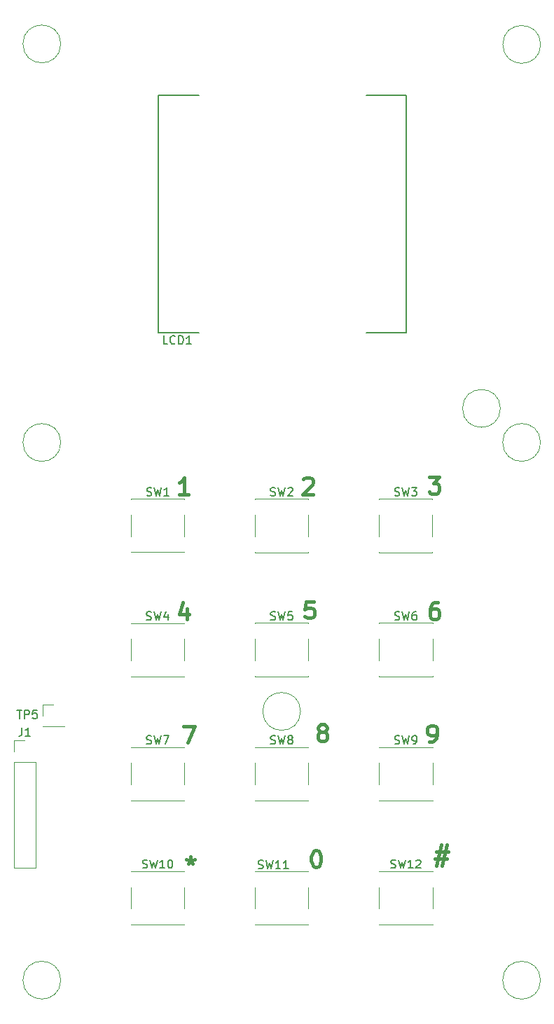
<source format=gbr>
G04 #@! TF.FileFunction,Legend,Top*
%FSLAX46Y46*%
G04 Gerber Fmt 4.6, Leading zero omitted, Abs format (unit mm)*
G04 Created by KiCad (PCBNEW 4.0.7-e2-6376~58~ubuntu16.04.1) date Mon Jan 29 21:07:09 2018*
%MOMM*%
%LPD*%
G01*
G04 APERTURE LIST*
%ADD10C,0.100000*%
%ADD11C,0.400000*%
%ADD12C,0.120000*%
%ADD13C,0.150000*%
G04 APERTURE END LIST*
D10*
D11*
X113700952Y-151671429D02*
X115129524Y-151671429D01*
X114272381Y-150814286D02*
X113700952Y-153385714D01*
X114939048Y-152528571D02*
X113510476Y-152528571D01*
X114367619Y-153385714D02*
X114939048Y-150814286D01*
X99064762Y-151544762D02*
X99255238Y-151544762D01*
X99445714Y-151640000D01*
X99540952Y-151735238D01*
X99636190Y-151925714D01*
X99731429Y-152306667D01*
X99731429Y-152782857D01*
X99636190Y-153163810D01*
X99540952Y-153354286D01*
X99445714Y-153449524D01*
X99255238Y-153544762D01*
X99064762Y-153544762D01*
X98874286Y-153449524D01*
X98779048Y-153354286D01*
X98683809Y-153163810D01*
X98588571Y-152782857D01*
X98588571Y-152306667D01*
X98683809Y-151925714D01*
X98779048Y-151735238D01*
X98874286Y-151640000D01*
X99064762Y-151544762D01*
X83990000Y-152294762D02*
X83990000Y-152770952D01*
X83513809Y-152580476D02*
X83990000Y-152770952D01*
X84466190Y-152580476D01*
X83704285Y-153151905D02*
X83990000Y-152770952D01*
X84275714Y-153151905D01*
X83153333Y-136504762D02*
X84486667Y-136504762D01*
X83629524Y-138504762D01*
X99779524Y-137171905D02*
X99589048Y-137076667D01*
X99493809Y-136981429D01*
X99398571Y-136790952D01*
X99398571Y-136695714D01*
X99493809Y-136505238D01*
X99589048Y-136410000D01*
X99779524Y-136314762D01*
X100160476Y-136314762D01*
X100350952Y-136410000D01*
X100446190Y-136505238D01*
X100541429Y-136695714D01*
X100541429Y-136790952D01*
X100446190Y-136981429D01*
X100350952Y-137076667D01*
X100160476Y-137171905D01*
X99779524Y-137171905D01*
X99589048Y-137267143D01*
X99493809Y-137362381D01*
X99398571Y-137552857D01*
X99398571Y-137933810D01*
X99493809Y-138124286D01*
X99589048Y-138219524D01*
X99779524Y-138314762D01*
X100160476Y-138314762D01*
X100350952Y-138219524D01*
X100446190Y-138124286D01*
X100541429Y-137933810D01*
X100541429Y-137552857D01*
X100446190Y-137362381D01*
X100350952Y-137267143D01*
X100160476Y-137171905D01*
X112829048Y-138424762D02*
X113210000Y-138424762D01*
X113400476Y-138329524D01*
X113495714Y-138234286D01*
X113686190Y-137948571D01*
X113781429Y-137567619D01*
X113781429Y-136805714D01*
X113686190Y-136615238D01*
X113590952Y-136520000D01*
X113400476Y-136424762D01*
X113019524Y-136424762D01*
X112829048Y-136520000D01*
X112733809Y-136615238D01*
X112638571Y-136805714D01*
X112638571Y-137281905D01*
X112733809Y-137472381D01*
X112829048Y-137567619D01*
X113019524Y-137662857D01*
X113400476Y-137662857D01*
X113590952Y-137567619D01*
X113686190Y-137472381D01*
X113781429Y-137281905D01*
X113870952Y-121564762D02*
X113490000Y-121564762D01*
X113299524Y-121660000D01*
X113204286Y-121755238D01*
X113013809Y-122040952D01*
X112918571Y-122421905D01*
X112918571Y-123183810D01*
X113013809Y-123374286D01*
X113109048Y-123469524D01*
X113299524Y-123564762D01*
X113680476Y-123564762D01*
X113870952Y-123469524D01*
X113966190Y-123374286D01*
X114061429Y-123183810D01*
X114061429Y-122707619D01*
X113966190Y-122517143D01*
X113870952Y-122421905D01*
X113680476Y-122326667D01*
X113299524Y-122326667D01*
X113109048Y-122421905D01*
X113013809Y-122517143D01*
X112918571Y-122707619D01*
X98876190Y-121444762D02*
X97923809Y-121444762D01*
X97828571Y-122397143D01*
X97923809Y-122301905D01*
X98114286Y-122206667D01*
X98590476Y-122206667D01*
X98780952Y-122301905D01*
X98876190Y-122397143D01*
X98971429Y-122587619D01*
X98971429Y-123063810D01*
X98876190Y-123254286D01*
X98780952Y-123349524D01*
X98590476Y-123444762D01*
X98114286Y-123444762D01*
X97923809Y-123349524D01*
X97828571Y-123254286D01*
X83560952Y-122281429D02*
X83560952Y-123614762D01*
X83084762Y-121519524D02*
X82608571Y-122948095D01*
X83846667Y-122948095D01*
X112823333Y-106394762D02*
X114061429Y-106394762D01*
X113394762Y-107156667D01*
X113680476Y-107156667D01*
X113870952Y-107251905D01*
X113966190Y-107347143D01*
X114061429Y-107537619D01*
X114061429Y-108013810D01*
X113966190Y-108204286D01*
X113870952Y-108299524D01*
X113680476Y-108394762D01*
X113109048Y-108394762D01*
X112918571Y-108299524D01*
X112823333Y-108204286D01*
X97648571Y-106655238D02*
X97743809Y-106560000D01*
X97934286Y-106464762D01*
X98410476Y-106464762D01*
X98600952Y-106560000D01*
X98696190Y-106655238D01*
X98791429Y-106845714D01*
X98791429Y-107036190D01*
X98696190Y-107321905D01*
X97553333Y-108464762D01*
X98791429Y-108464762D01*
X83781429Y-108494762D02*
X82638571Y-108494762D01*
X83210000Y-108494762D02*
X83210000Y-106494762D01*
X83019524Y-106780476D01*
X82829048Y-106970952D01*
X82638571Y-107066190D01*
D12*
X121446000Y-98100000D02*
G75*
G03X121446000Y-98100000I-2286000J0D01*
G01*
X126306000Y-102210000D02*
G75*
G03X126306000Y-102210000I-2286000J0D01*
G01*
X97296000Y-134720000D02*
G75*
G03X97296000Y-134720000I-2286000J0D01*
G01*
X68306000Y-102220000D02*
G75*
G03X68306000Y-102220000I-2286000J0D01*
G01*
X68306000Y-54040000D02*
G75*
G03X68306000Y-54040000I-2286000J0D01*
G01*
X126316000Y-54100000D02*
G75*
G03X126316000Y-54100000I-2286000J0D01*
G01*
X126306000Y-167220000D02*
G75*
G03X126306000Y-167220000I-2286000J0D01*
G01*
X68306000Y-167210000D02*
G75*
G03X68306000Y-167210000I-2286000J0D01*
G01*
D13*
X80100000Y-60250000D02*
X84980000Y-60250000D01*
X105230000Y-60240000D02*
X110110000Y-60240000D01*
X105230000Y-88910000D02*
X110110000Y-88910000D01*
X80110000Y-88920000D02*
X84990000Y-88920000D01*
X110110000Y-60240000D02*
X110110000Y-88910000D01*
X80110000Y-60240000D02*
X80110000Y-88910000D01*
D12*
X83270000Y-109030000D02*
X83270000Y-109060000D01*
X83270000Y-115490000D02*
X83270000Y-115460000D01*
X76810000Y-115490000D02*
X76810000Y-115460000D01*
X76810000Y-109060000D02*
X76810000Y-109030000D01*
X83270000Y-110960000D02*
X83270000Y-113560000D01*
X76810000Y-109030000D02*
X83270000Y-109030000D01*
X76810000Y-110960000D02*
X76810000Y-113560000D01*
X76810000Y-115490000D02*
X83270000Y-115490000D01*
X98240000Y-109040000D02*
X98240000Y-109070000D01*
X98240000Y-115500000D02*
X98240000Y-115470000D01*
X91780000Y-115500000D02*
X91780000Y-115470000D01*
X91780000Y-109070000D02*
X91780000Y-109040000D01*
X98240000Y-110970000D02*
X98240000Y-113570000D01*
X91780000Y-109040000D02*
X98240000Y-109040000D01*
X91780000Y-110970000D02*
X91780000Y-113570000D01*
X91780000Y-115500000D02*
X98240000Y-115500000D01*
X113240000Y-109040000D02*
X113240000Y-109070000D01*
X113240000Y-115500000D02*
X113240000Y-115470000D01*
X106780000Y-115500000D02*
X106780000Y-115470000D01*
X106780000Y-109070000D02*
X106780000Y-109040000D01*
X113240000Y-110970000D02*
X113240000Y-113570000D01*
X106780000Y-109040000D02*
X113240000Y-109040000D01*
X106780000Y-110970000D02*
X106780000Y-113570000D01*
X106780000Y-115500000D02*
X113240000Y-115500000D01*
X83240000Y-124050000D02*
X83240000Y-124080000D01*
X83240000Y-130510000D02*
X83240000Y-130480000D01*
X76780000Y-130510000D02*
X76780000Y-130480000D01*
X76780000Y-124080000D02*
X76780000Y-124050000D01*
X83240000Y-125980000D02*
X83240000Y-128580000D01*
X76780000Y-124050000D02*
X83240000Y-124050000D01*
X76780000Y-125980000D02*
X76780000Y-128580000D01*
X76780000Y-130510000D02*
X83240000Y-130510000D01*
X98250000Y-124040000D02*
X98250000Y-124070000D01*
X98250000Y-130500000D02*
X98250000Y-130470000D01*
X91790000Y-130500000D02*
X91790000Y-130470000D01*
X91790000Y-124070000D02*
X91790000Y-124040000D01*
X98250000Y-125970000D02*
X98250000Y-128570000D01*
X91790000Y-124040000D02*
X98250000Y-124040000D01*
X91790000Y-125970000D02*
X91790000Y-128570000D01*
X91790000Y-130500000D02*
X98250000Y-130500000D01*
X113250000Y-124040000D02*
X113250000Y-124070000D01*
X113250000Y-130500000D02*
X113250000Y-130470000D01*
X106790000Y-130500000D02*
X106790000Y-130470000D01*
X106790000Y-124070000D02*
X106790000Y-124040000D01*
X113250000Y-125970000D02*
X113250000Y-128570000D01*
X106790000Y-124040000D02*
X113250000Y-124040000D01*
X106790000Y-125970000D02*
X106790000Y-128570000D01*
X106790000Y-130500000D02*
X113250000Y-130500000D01*
X83250000Y-139040000D02*
X83250000Y-139070000D01*
X83250000Y-145500000D02*
X83250000Y-145470000D01*
X76790000Y-145500000D02*
X76790000Y-145470000D01*
X76790000Y-139070000D02*
X76790000Y-139040000D01*
X83250000Y-140970000D02*
X83250000Y-143570000D01*
X76790000Y-139040000D02*
X83250000Y-139040000D01*
X76790000Y-140970000D02*
X76790000Y-143570000D01*
X76790000Y-145500000D02*
X83250000Y-145500000D01*
X98250000Y-139040000D02*
X98250000Y-139070000D01*
X98250000Y-145500000D02*
X98250000Y-145470000D01*
X91790000Y-145500000D02*
X91790000Y-145470000D01*
X91790000Y-139070000D02*
X91790000Y-139040000D01*
X98250000Y-140970000D02*
X98250000Y-143570000D01*
X91790000Y-139040000D02*
X98250000Y-139040000D01*
X91790000Y-140970000D02*
X91790000Y-143570000D01*
X91790000Y-145500000D02*
X98250000Y-145500000D01*
X113250000Y-139040000D02*
X113250000Y-139070000D01*
X113250000Y-145500000D02*
X113250000Y-145470000D01*
X106790000Y-145500000D02*
X106790000Y-145470000D01*
X106790000Y-139070000D02*
X106790000Y-139040000D01*
X113250000Y-140970000D02*
X113250000Y-143570000D01*
X106790000Y-139040000D02*
X113250000Y-139040000D01*
X106790000Y-140970000D02*
X106790000Y-143570000D01*
X106790000Y-145500000D02*
X113250000Y-145500000D01*
X83250000Y-154040000D02*
X83250000Y-154070000D01*
X83250000Y-160500000D02*
X83250000Y-160470000D01*
X76790000Y-160500000D02*
X76790000Y-160470000D01*
X76790000Y-154070000D02*
X76790000Y-154040000D01*
X83250000Y-155970000D02*
X83250000Y-158570000D01*
X76790000Y-154040000D02*
X83250000Y-154040000D01*
X76790000Y-155970000D02*
X76790000Y-158570000D01*
X76790000Y-160500000D02*
X83250000Y-160500000D01*
X98250000Y-154040000D02*
X98250000Y-154070000D01*
X98250000Y-160500000D02*
X98250000Y-160470000D01*
X91790000Y-160500000D02*
X91790000Y-160470000D01*
X91790000Y-154070000D02*
X91790000Y-154040000D01*
X98250000Y-155970000D02*
X98250000Y-158570000D01*
X91790000Y-154040000D02*
X98250000Y-154040000D01*
X91790000Y-155970000D02*
X91790000Y-158570000D01*
X91790000Y-160500000D02*
X98250000Y-160500000D01*
X113250000Y-154040000D02*
X113250000Y-154070000D01*
X113250000Y-160500000D02*
X113250000Y-160470000D01*
X106790000Y-160500000D02*
X106790000Y-160470000D01*
X106790000Y-154070000D02*
X106790000Y-154040000D01*
X113250000Y-155970000D02*
X113250000Y-158570000D01*
X106790000Y-154040000D02*
X113250000Y-154040000D01*
X106790000Y-155970000D02*
X106790000Y-158570000D01*
X106790000Y-160500000D02*
X113250000Y-160500000D01*
X66100000Y-136560000D02*
X68760000Y-136560000D01*
X66100000Y-136500000D02*
X66100000Y-136560000D01*
X68760000Y-136500000D02*
X68760000Y-136560000D01*
X66100000Y-136500000D02*
X68760000Y-136500000D01*
X66100000Y-135230000D02*
X66100000Y-133900000D01*
X66100000Y-133900000D02*
X67430000Y-133900000D01*
X62620000Y-153610000D02*
X65280000Y-153610000D01*
X62620000Y-140850000D02*
X62620000Y-153610000D01*
X65280000Y-140850000D02*
X65280000Y-153610000D01*
X62620000Y-140850000D02*
X65280000Y-140850000D01*
X62620000Y-139580000D02*
X62620000Y-138250000D01*
X62620000Y-138250000D02*
X63950000Y-138250000D01*
D13*
X81223334Y-90312381D02*
X80747143Y-90312381D01*
X80747143Y-89312381D01*
X82128096Y-90217143D02*
X82080477Y-90264762D01*
X81937620Y-90312381D01*
X81842382Y-90312381D01*
X81699524Y-90264762D01*
X81604286Y-90169524D01*
X81556667Y-90074286D01*
X81509048Y-89883810D01*
X81509048Y-89740952D01*
X81556667Y-89550476D01*
X81604286Y-89455238D01*
X81699524Y-89360000D01*
X81842382Y-89312381D01*
X81937620Y-89312381D01*
X82080477Y-89360000D01*
X82128096Y-89407619D01*
X82556667Y-90312381D02*
X82556667Y-89312381D01*
X82794762Y-89312381D01*
X82937620Y-89360000D01*
X83032858Y-89455238D01*
X83080477Y-89550476D01*
X83128096Y-89740952D01*
X83128096Y-89883810D01*
X83080477Y-90074286D01*
X83032858Y-90169524D01*
X82937620Y-90264762D01*
X82794762Y-90312381D01*
X82556667Y-90312381D01*
X84080477Y-90312381D02*
X83509048Y-90312381D01*
X83794762Y-90312381D02*
X83794762Y-89312381D01*
X83699524Y-89455238D01*
X83604286Y-89550476D01*
X83509048Y-89598095D01*
X78706667Y-108614762D02*
X78849524Y-108662381D01*
X79087620Y-108662381D01*
X79182858Y-108614762D01*
X79230477Y-108567143D01*
X79278096Y-108471905D01*
X79278096Y-108376667D01*
X79230477Y-108281429D01*
X79182858Y-108233810D01*
X79087620Y-108186190D01*
X78897143Y-108138571D01*
X78801905Y-108090952D01*
X78754286Y-108043333D01*
X78706667Y-107948095D01*
X78706667Y-107852857D01*
X78754286Y-107757619D01*
X78801905Y-107710000D01*
X78897143Y-107662381D01*
X79135239Y-107662381D01*
X79278096Y-107710000D01*
X79611429Y-107662381D02*
X79849524Y-108662381D01*
X80040001Y-107948095D01*
X80230477Y-108662381D01*
X80468572Y-107662381D01*
X81373334Y-108662381D02*
X80801905Y-108662381D01*
X81087619Y-108662381D02*
X81087619Y-107662381D01*
X80992381Y-107805238D01*
X80897143Y-107900476D01*
X80801905Y-107948095D01*
X93676667Y-108624762D02*
X93819524Y-108672381D01*
X94057620Y-108672381D01*
X94152858Y-108624762D01*
X94200477Y-108577143D01*
X94248096Y-108481905D01*
X94248096Y-108386667D01*
X94200477Y-108291429D01*
X94152858Y-108243810D01*
X94057620Y-108196190D01*
X93867143Y-108148571D01*
X93771905Y-108100952D01*
X93724286Y-108053333D01*
X93676667Y-107958095D01*
X93676667Y-107862857D01*
X93724286Y-107767619D01*
X93771905Y-107720000D01*
X93867143Y-107672381D01*
X94105239Y-107672381D01*
X94248096Y-107720000D01*
X94581429Y-107672381D02*
X94819524Y-108672381D01*
X95010001Y-107958095D01*
X95200477Y-108672381D01*
X95438572Y-107672381D01*
X95771905Y-107767619D02*
X95819524Y-107720000D01*
X95914762Y-107672381D01*
X96152858Y-107672381D01*
X96248096Y-107720000D01*
X96295715Y-107767619D01*
X96343334Y-107862857D01*
X96343334Y-107958095D01*
X96295715Y-108100952D01*
X95724286Y-108672381D01*
X96343334Y-108672381D01*
X108676667Y-108624762D02*
X108819524Y-108672381D01*
X109057620Y-108672381D01*
X109152858Y-108624762D01*
X109200477Y-108577143D01*
X109248096Y-108481905D01*
X109248096Y-108386667D01*
X109200477Y-108291429D01*
X109152858Y-108243810D01*
X109057620Y-108196190D01*
X108867143Y-108148571D01*
X108771905Y-108100952D01*
X108724286Y-108053333D01*
X108676667Y-107958095D01*
X108676667Y-107862857D01*
X108724286Y-107767619D01*
X108771905Y-107720000D01*
X108867143Y-107672381D01*
X109105239Y-107672381D01*
X109248096Y-107720000D01*
X109581429Y-107672381D02*
X109819524Y-108672381D01*
X110010001Y-107958095D01*
X110200477Y-108672381D01*
X110438572Y-107672381D01*
X110724286Y-107672381D02*
X111343334Y-107672381D01*
X111010000Y-108053333D01*
X111152858Y-108053333D01*
X111248096Y-108100952D01*
X111295715Y-108148571D01*
X111343334Y-108243810D01*
X111343334Y-108481905D01*
X111295715Y-108577143D01*
X111248096Y-108624762D01*
X111152858Y-108672381D01*
X110867143Y-108672381D01*
X110771905Y-108624762D01*
X110724286Y-108577143D01*
X78676667Y-123634762D02*
X78819524Y-123682381D01*
X79057620Y-123682381D01*
X79152858Y-123634762D01*
X79200477Y-123587143D01*
X79248096Y-123491905D01*
X79248096Y-123396667D01*
X79200477Y-123301429D01*
X79152858Y-123253810D01*
X79057620Y-123206190D01*
X78867143Y-123158571D01*
X78771905Y-123110952D01*
X78724286Y-123063333D01*
X78676667Y-122968095D01*
X78676667Y-122872857D01*
X78724286Y-122777619D01*
X78771905Y-122730000D01*
X78867143Y-122682381D01*
X79105239Y-122682381D01*
X79248096Y-122730000D01*
X79581429Y-122682381D02*
X79819524Y-123682381D01*
X80010001Y-122968095D01*
X80200477Y-123682381D01*
X80438572Y-122682381D01*
X81248096Y-123015714D02*
X81248096Y-123682381D01*
X81010000Y-122634762D02*
X80771905Y-123349048D01*
X81390953Y-123349048D01*
X93686667Y-123624762D02*
X93829524Y-123672381D01*
X94067620Y-123672381D01*
X94162858Y-123624762D01*
X94210477Y-123577143D01*
X94258096Y-123481905D01*
X94258096Y-123386667D01*
X94210477Y-123291429D01*
X94162858Y-123243810D01*
X94067620Y-123196190D01*
X93877143Y-123148571D01*
X93781905Y-123100952D01*
X93734286Y-123053333D01*
X93686667Y-122958095D01*
X93686667Y-122862857D01*
X93734286Y-122767619D01*
X93781905Y-122720000D01*
X93877143Y-122672381D01*
X94115239Y-122672381D01*
X94258096Y-122720000D01*
X94591429Y-122672381D02*
X94829524Y-123672381D01*
X95020001Y-122958095D01*
X95210477Y-123672381D01*
X95448572Y-122672381D01*
X96305715Y-122672381D02*
X95829524Y-122672381D01*
X95781905Y-123148571D01*
X95829524Y-123100952D01*
X95924762Y-123053333D01*
X96162858Y-123053333D01*
X96258096Y-123100952D01*
X96305715Y-123148571D01*
X96353334Y-123243810D01*
X96353334Y-123481905D01*
X96305715Y-123577143D01*
X96258096Y-123624762D01*
X96162858Y-123672381D01*
X95924762Y-123672381D01*
X95829524Y-123624762D01*
X95781905Y-123577143D01*
X108686667Y-123624762D02*
X108829524Y-123672381D01*
X109067620Y-123672381D01*
X109162858Y-123624762D01*
X109210477Y-123577143D01*
X109258096Y-123481905D01*
X109258096Y-123386667D01*
X109210477Y-123291429D01*
X109162858Y-123243810D01*
X109067620Y-123196190D01*
X108877143Y-123148571D01*
X108781905Y-123100952D01*
X108734286Y-123053333D01*
X108686667Y-122958095D01*
X108686667Y-122862857D01*
X108734286Y-122767619D01*
X108781905Y-122720000D01*
X108877143Y-122672381D01*
X109115239Y-122672381D01*
X109258096Y-122720000D01*
X109591429Y-122672381D02*
X109829524Y-123672381D01*
X110020001Y-122958095D01*
X110210477Y-123672381D01*
X110448572Y-122672381D01*
X111258096Y-122672381D02*
X111067619Y-122672381D01*
X110972381Y-122720000D01*
X110924762Y-122767619D01*
X110829524Y-122910476D01*
X110781905Y-123100952D01*
X110781905Y-123481905D01*
X110829524Y-123577143D01*
X110877143Y-123624762D01*
X110972381Y-123672381D01*
X111162858Y-123672381D01*
X111258096Y-123624762D01*
X111305715Y-123577143D01*
X111353334Y-123481905D01*
X111353334Y-123243810D01*
X111305715Y-123148571D01*
X111258096Y-123100952D01*
X111162858Y-123053333D01*
X110972381Y-123053333D01*
X110877143Y-123100952D01*
X110829524Y-123148571D01*
X110781905Y-123243810D01*
X78686667Y-138624762D02*
X78829524Y-138672381D01*
X79067620Y-138672381D01*
X79162858Y-138624762D01*
X79210477Y-138577143D01*
X79258096Y-138481905D01*
X79258096Y-138386667D01*
X79210477Y-138291429D01*
X79162858Y-138243810D01*
X79067620Y-138196190D01*
X78877143Y-138148571D01*
X78781905Y-138100952D01*
X78734286Y-138053333D01*
X78686667Y-137958095D01*
X78686667Y-137862857D01*
X78734286Y-137767619D01*
X78781905Y-137720000D01*
X78877143Y-137672381D01*
X79115239Y-137672381D01*
X79258096Y-137720000D01*
X79591429Y-137672381D02*
X79829524Y-138672381D01*
X80020001Y-137958095D01*
X80210477Y-138672381D01*
X80448572Y-137672381D01*
X80734286Y-137672381D02*
X81400953Y-137672381D01*
X80972381Y-138672381D01*
X93686667Y-138624762D02*
X93829524Y-138672381D01*
X94067620Y-138672381D01*
X94162858Y-138624762D01*
X94210477Y-138577143D01*
X94258096Y-138481905D01*
X94258096Y-138386667D01*
X94210477Y-138291429D01*
X94162858Y-138243810D01*
X94067620Y-138196190D01*
X93877143Y-138148571D01*
X93781905Y-138100952D01*
X93734286Y-138053333D01*
X93686667Y-137958095D01*
X93686667Y-137862857D01*
X93734286Y-137767619D01*
X93781905Y-137720000D01*
X93877143Y-137672381D01*
X94115239Y-137672381D01*
X94258096Y-137720000D01*
X94591429Y-137672381D02*
X94829524Y-138672381D01*
X95020001Y-137958095D01*
X95210477Y-138672381D01*
X95448572Y-137672381D01*
X95972381Y-138100952D02*
X95877143Y-138053333D01*
X95829524Y-138005714D01*
X95781905Y-137910476D01*
X95781905Y-137862857D01*
X95829524Y-137767619D01*
X95877143Y-137720000D01*
X95972381Y-137672381D01*
X96162858Y-137672381D01*
X96258096Y-137720000D01*
X96305715Y-137767619D01*
X96353334Y-137862857D01*
X96353334Y-137910476D01*
X96305715Y-138005714D01*
X96258096Y-138053333D01*
X96162858Y-138100952D01*
X95972381Y-138100952D01*
X95877143Y-138148571D01*
X95829524Y-138196190D01*
X95781905Y-138291429D01*
X95781905Y-138481905D01*
X95829524Y-138577143D01*
X95877143Y-138624762D01*
X95972381Y-138672381D01*
X96162858Y-138672381D01*
X96258096Y-138624762D01*
X96305715Y-138577143D01*
X96353334Y-138481905D01*
X96353334Y-138291429D01*
X96305715Y-138196190D01*
X96258096Y-138148571D01*
X96162858Y-138100952D01*
X108686667Y-138624762D02*
X108829524Y-138672381D01*
X109067620Y-138672381D01*
X109162858Y-138624762D01*
X109210477Y-138577143D01*
X109258096Y-138481905D01*
X109258096Y-138386667D01*
X109210477Y-138291429D01*
X109162858Y-138243810D01*
X109067620Y-138196190D01*
X108877143Y-138148571D01*
X108781905Y-138100952D01*
X108734286Y-138053333D01*
X108686667Y-137958095D01*
X108686667Y-137862857D01*
X108734286Y-137767619D01*
X108781905Y-137720000D01*
X108877143Y-137672381D01*
X109115239Y-137672381D01*
X109258096Y-137720000D01*
X109591429Y-137672381D02*
X109829524Y-138672381D01*
X110020001Y-137958095D01*
X110210477Y-138672381D01*
X110448572Y-137672381D01*
X110877143Y-138672381D02*
X111067619Y-138672381D01*
X111162858Y-138624762D01*
X111210477Y-138577143D01*
X111305715Y-138434286D01*
X111353334Y-138243810D01*
X111353334Y-137862857D01*
X111305715Y-137767619D01*
X111258096Y-137720000D01*
X111162858Y-137672381D01*
X110972381Y-137672381D01*
X110877143Y-137720000D01*
X110829524Y-137767619D01*
X110781905Y-137862857D01*
X110781905Y-138100952D01*
X110829524Y-138196190D01*
X110877143Y-138243810D01*
X110972381Y-138291429D01*
X111162858Y-138291429D01*
X111258096Y-138243810D01*
X111305715Y-138196190D01*
X111353334Y-138100952D01*
X78210476Y-153624762D02*
X78353333Y-153672381D01*
X78591429Y-153672381D01*
X78686667Y-153624762D01*
X78734286Y-153577143D01*
X78781905Y-153481905D01*
X78781905Y-153386667D01*
X78734286Y-153291429D01*
X78686667Y-153243810D01*
X78591429Y-153196190D01*
X78400952Y-153148571D01*
X78305714Y-153100952D01*
X78258095Y-153053333D01*
X78210476Y-152958095D01*
X78210476Y-152862857D01*
X78258095Y-152767619D01*
X78305714Y-152720000D01*
X78400952Y-152672381D01*
X78639048Y-152672381D01*
X78781905Y-152720000D01*
X79115238Y-152672381D02*
X79353333Y-153672381D01*
X79543810Y-152958095D01*
X79734286Y-153672381D01*
X79972381Y-152672381D01*
X80877143Y-153672381D02*
X80305714Y-153672381D01*
X80591428Y-153672381D02*
X80591428Y-152672381D01*
X80496190Y-152815238D01*
X80400952Y-152910476D01*
X80305714Y-152958095D01*
X81496190Y-152672381D02*
X81591429Y-152672381D01*
X81686667Y-152720000D01*
X81734286Y-152767619D01*
X81781905Y-152862857D01*
X81829524Y-153053333D01*
X81829524Y-153291429D01*
X81781905Y-153481905D01*
X81734286Y-153577143D01*
X81686667Y-153624762D01*
X81591429Y-153672381D01*
X81496190Y-153672381D01*
X81400952Y-153624762D01*
X81353333Y-153577143D01*
X81305714Y-153481905D01*
X81258095Y-153291429D01*
X81258095Y-153053333D01*
X81305714Y-152862857D01*
X81353333Y-152767619D01*
X81400952Y-152720000D01*
X81496190Y-152672381D01*
X92190476Y-153694762D02*
X92333333Y-153742381D01*
X92571429Y-153742381D01*
X92666667Y-153694762D01*
X92714286Y-153647143D01*
X92761905Y-153551905D01*
X92761905Y-153456667D01*
X92714286Y-153361429D01*
X92666667Y-153313810D01*
X92571429Y-153266190D01*
X92380952Y-153218571D01*
X92285714Y-153170952D01*
X92238095Y-153123333D01*
X92190476Y-153028095D01*
X92190476Y-152932857D01*
X92238095Y-152837619D01*
X92285714Y-152790000D01*
X92380952Y-152742381D01*
X92619048Y-152742381D01*
X92761905Y-152790000D01*
X93095238Y-152742381D02*
X93333333Y-153742381D01*
X93523810Y-153028095D01*
X93714286Y-153742381D01*
X93952381Y-152742381D01*
X94857143Y-153742381D02*
X94285714Y-153742381D01*
X94571428Y-153742381D02*
X94571428Y-152742381D01*
X94476190Y-152885238D01*
X94380952Y-152980476D01*
X94285714Y-153028095D01*
X95809524Y-153742381D02*
X95238095Y-153742381D01*
X95523809Y-153742381D02*
X95523809Y-152742381D01*
X95428571Y-152885238D01*
X95333333Y-152980476D01*
X95238095Y-153028095D01*
X108210476Y-153624762D02*
X108353333Y-153672381D01*
X108591429Y-153672381D01*
X108686667Y-153624762D01*
X108734286Y-153577143D01*
X108781905Y-153481905D01*
X108781905Y-153386667D01*
X108734286Y-153291429D01*
X108686667Y-153243810D01*
X108591429Y-153196190D01*
X108400952Y-153148571D01*
X108305714Y-153100952D01*
X108258095Y-153053333D01*
X108210476Y-152958095D01*
X108210476Y-152862857D01*
X108258095Y-152767619D01*
X108305714Y-152720000D01*
X108400952Y-152672381D01*
X108639048Y-152672381D01*
X108781905Y-152720000D01*
X109115238Y-152672381D02*
X109353333Y-153672381D01*
X109543810Y-152958095D01*
X109734286Y-153672381D01*
X109972381Y-152672381D01*
X110877143Y-153672381D02*
X110305714Y-153672381D01*
X110591428Y-153672381D02*
X110591428Y-152672381D01*
X110496190Y-152815238D01*
X110400952Y-152910476D01*
X110305714Y-152958095D01*
X111258095Y-152767619D02*
X111305714Y-152720000D01*
X111400952Y-152672381D01*
X111639048Y-152672381D01*
X111734286Y-152720000D01*
X111781905Y-152767619D01*
X111829524Y-152862857D01*
X111829524Y-152958095D01*
X111781905Y-153100952D01*
X111210476Y-153672381D01*
X111829524Y-153672381D01*
X63038095Y-134582381D02*
X63609524Y-134582381D01*
X63323809Y-135582381D02*
X63323809Y-134582381D01*
X63942857Y-135582381D02*
X63942857Y-134582381D01*
X64323810Y-134582381D01*
X64419048Y-134630000D01*
X64466667Y-134677619D01*
X64514286Y-134772857D01*
X64514286Y-134915714D01*
X64466667Y-135010952D01*
X64419048Y-135058571D01*
X64323810Y-135106190D01*
X63942857Y-135106190D01*
X65419048Y-134582381D02*
X64942857Y-134582381D01*
X64895238Y-135058571D01*
X64942857Y-135010952D01*
X65038095Y-134963333D01*
X65276191Y-134963333D01*
X65371429Y-135010952D01*
X65419048Y-135058571D01*
X65466667Y-135153810D01*
X65466667Y-135391905D01*
X65419048Y-135487143D01*
X65371429Y-135534762D01*
X65276191Y-135582381D01*
X65038095Y-135582381D01*
X64942857Y-135534762D01*
X64895238Y-135487143D01*
X63616667Y-136702381D02*
X63616667Y-137416667D01*
X63569047Y-137559524D01*
X63473809Y-137654762D01*
X63330952Y-137702381D01*
X63235714Y-137702381D01*
X64616667Y-137702381D02*
X64045238Y-137702381D01*
X64330952Y-137702381D02*
X64330952Y-136702381D01*
X64235714Y-136845238D01*
X64140476Y-136940476D01*
X64045238Y-136988095D01*
M02*

</source>
